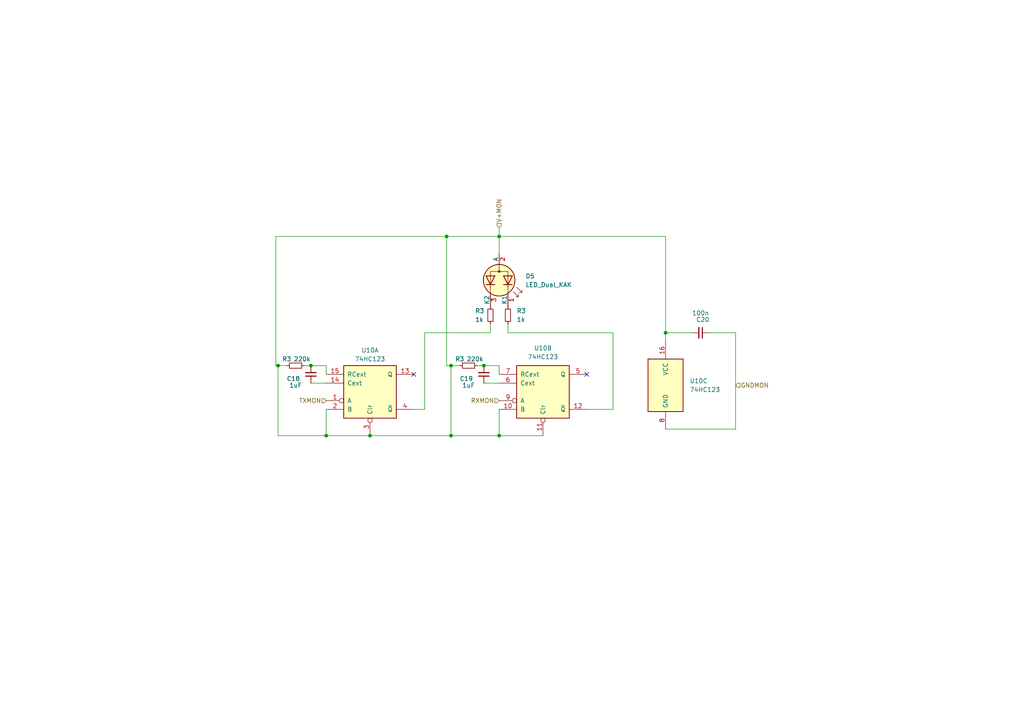
<source format=kicad_sch>
(kicad_sch (version 20230121) (generator eeschema)
  (paper "A4")
  (lib_symbols
    (symbol "74xx:74HC123" (pin_names (offset 1.016))
      (property "Reference" "U" (at -7.62 8.89 0))
      (property "Value" "74HC123" (at -7.62 -8.89 0))
      (symbol "74HC123_1_0"
        (pin input inverted (at -12.7 -2.54 0) (length 5.08) (name "A") (number "1"))
        (pin output line (at 12.7 5.08 180) (length 5.08) (name "Q") (number "13"))
        (pin input line (at -12.7 2.54 0) (length 5.08) (name "Cext") (number "14"))
        (pin input line (at -12.7 5.08 0) (length 5.08) (name "RCext") (number "15"))
        (pin input line (at -12.7 -5.08 0) (length 5.08) (name "B") (number "2"))
        (pin input inverted (at 0 -12.7 90) (length 5.08) (name "Clr") (number "3"))
        (pin output line (at 12.7 -5.08 180) (length 5.08) (name "~{Q}") (number "4"))
      )
      (symbol "74HC123_1_1"
        (rectangle (start -7.62 7.62) (end 7.62 -7.62) (stroke (width 0.254)) (fill (type background)))
      )
      (symbol "74HC123_2_0"
        (pin input line (at -12.7 -5.08 0) (length 5.08) (name "B") (number "10"))
        (pin input inverted (at 0 -12.7 90) (length 5.08) (name "Clr") (number "11"))
        (pin output line (at 12.7 -5.08 180) (length 5.08) (name "~{Q}") (number "12"))
        (pin output line (at 12.7 5.08 180) (length 5.08) (name "Q") (number "5"))
        (pin input line (at -12.7 2.54 0) (length 5.08) (name "Cext") (number "6"))
        (pin input line (at -12.7 5.08 0) (length 5.08) (name "RCext") (number "7"))
        (pin input inverted (at -12.7 -2.54 0) (length 5.08) (name "A") (number "9"))
      )
      (symbol "74HC123_2_1"
        (rectangle (start -7.62 7.62) (end 7.62 -7.62) (stroke (width 0.254)) (fill (type background)))
      )
      (symbol "74HC123_3_0"
        (pin power_in line (at 0 12.7 270) (length 5.08) (name "VCC") (number "16"))
        (pin power_in line (at 0 -12.7 90) (length 5.08) (name "GND") (number "8"))
      )
      (symbol "74HC123_3_1"
        (rectangle (start -5.08 7.62) (end 5.08 -7.62) (stroke (width 0.254)) (fill (type background)))
      )
    )
    (symbol "Device:C_Small" (pin_numbers hide) (pin_names (offset 0.254) hide)
      (property "Reference" "C" (at 0.254 1.778 0))
      (property "Value" "C_Small" (at 0.254 -2.032 0))
      (symbol "C_Small_0_1"
        (polyline (pts (xy -1.524 -0.508) (xy 1.524 -0.508)) (stroke (width 0.3302)))
        (polyline (pts (xy -1.524 0.508) (xy 1.524 0.508)) (stroke (width 0.3048)))
      )
      (symbol "C_Small_1_1"
        (pin passive line (at 0 2.54 270) (length 2.032) (name "~") (number "1"))
        (pin passive line (at 0 -2.54 90) (length 2.032) (name "~") (number "2"))
      )
    )
    (symbol "Device:LED_Dual_KAK" (pin_names (offset 0))
      (property "Reference" "D" (at 0 5.715 0))
      (property "Value" "LED_Dual_KAK" (at 0 -6.35 0))
      (symbol "LED_Dual_KAK_0_1"
        (circle (center -2.54 0) (radius 0.2794) (fill (type outline)))
        (polyline (pts (xy -4.572 0) (xy -2.54 0)))
        (polyline (pts (xy 1.27 -1.27) (xy 1.27 -3.81)) (stroke (width 0.254)))
        (polyline (pts (xy 1.27 3.81) (xy 1.27 1.27)) (stroke (width 0.254)))
        (polyline (pts (xy 3.81 -2.54) (xy 1.905 -2.54)))
        (polyline (pts (xy 3.81 2.54) (xy 1.905 2.54)))
        (polyline (pts (xy -1.27 -1.27) (xy -1.27 -3.81) (xy 1.27 -2.54) (xy -1.27 -1.27)) (stroke (width 0.254)))
        (polyline (pts (xy -1.27 3.81) (xy -1.27 1.27) (xy 1.27 2.54) (xy -1.27 3.81)) (stroke (width 0.254)))
        (polyline (pts (xy 2.032 2.54) (xy -2.54 2.54) (xy -2.54 -2.54) (xy 2.032 -2.54)))
        (polyline (pts (xy 2.032 5.08) (xy 3.556 6.604) (xy 2.794 6.604) (xy 3.556 6.604) (xy 3.556 5.842)))
        (polyline (pts (xy 3.302 4.064) (xy 4.826 5.588) (xy 4.064 5.588) (xy 4.826 5.588) (xy 4.826 4.826)))
        (circle (center 0 0) (radius 4.572) (stroke (width 0.254)) (fill (type background)))
      )
      (symbol "LED_Dual_KAK_1_1"
        (pin input line (at 7.62 2.54 180) (length 3.81) (name "K1") (number "1"))
        (pin input line (at -7.62 0 0) (length 3.048) (name "A") (number "2"))
        (pin input line (at 7.62 -2.54 180) (length 3.81) (name "K2") (number "3"))
      )
    )
    (symbol "Device:R_Small" (pin_numbers hide) (pin_names (offset 0.254) hide)
      (property "Reference" "R" (at 0.762 0.508 0))
      (property "Value" "R_Small" (at 0.762 -1.016 0))
      (symbol "R_Small_0_1"
        (rectangle (start -0.762 1.778) (end 0.762 -1.778) (stroke (width 0.2032)))
      )
      (symbol "R_Small_1_1"
        (pin passive line (at 0 2.54 270) (length 0.762) (name "~") (number "1"))
        (pin passive line (at 0 -2.54 90) (length 0.762) (name "~") (number "2"))
      )
    )
  )
  (junction (at 140.335 106.045))
  (junction (at 94.615 126.365))
  (junction (at 80.645 106.045))
  (junction (at 144.78 126.365))
  (junction (at 107.315 126.365))
  (junction (at 130.81 106.045))
  (junction (at 193.04 96.52))
  (junction (at 144.78 68.58))
  (junction (at 130.81 126.365))
  (junction (at 129.54 68.58))
  (junction (at 90.17 106.045))
  (no_connect (at 120.015 108.585))
  (no_connect (at 170.18 108.585))
  (wire (pts (xy 94.615 106.045) (xy 94.615 108.585)))
  (wire (pts (xy 80.645 126.365) (xy 94.615 126.365)))
  (wire (pts (xy 80.01 68.58) (xy 129.54 68.58)))
  (wire (pts (xy 90.17 106.045) (xy 88.265 106.045)))
  (wire (pts (xy 144.78 66.04) (xy 144.78 68.58)))
  (wire (pts (xy 144.78 68.58) (xy 193.04 68.58)))
  (wire (pts (xy 90.17 111.125) (xy 94.615 111.125)))
  (wire (pts (xy 193.04 96.52) (xy 200.66 96.52)))
  (wire (pts (xy 80.01 68.58) (xy 80.01 106.045)))
  (wire (pts (xy 140.335 106.045) (xy 138.43 106.045)))
  (wire (pts (xy 170.18 118.745) (xy 177.8 118.745)))
  (wire (pts (xy 120.015 118.745) (xy 123.19 118.745)))
  (wire (pts (xy 80.01 106.045) (xy 80.645 106.045)))
  (wire (pts (xy 80.645 106.045) (xy 80.645 126.365)))
  (wire (pts (xy 80.645 106.045) (xy 83.185 106.045)))
  (wire (pts (xy 140.335 106.045) (xy 144.78 106.045)))
  (wire (pts (xy 130.81 126.365) (xy 144.78 126.365)))
  (wire (pts (xy 193.04 124.46) (xy 213.36 124.46)))
  (wire (pts (xy 140.335 111.125) (xy 144.78 111.125)))
  (wire (pts (xy 193.04 96.52) (xy 193.04 68.58)))
  (wire (pts (xy 147.32 96.52) (xy 147.32 93.98)))
  (wire (pts (xy 129.54 68.58) (xy 129.54 106.045)))
  (wire (pts (xy 123.19 96.52) (xy 142.24 96.52)))
  (wire (pts (xy 177.8 118.745) (xy 177.8 96.52)))
  (wire (pts (xy 90.17 106.045) (xy 94.615 106.045)))
  (wire (pts (xy 94.615 118.745) (xy 94.615 126.365)))
  (wire (pts (xy 144.78 106.045) (xy 144.78 108.585)))
  (wire (pts (xy 94.615 126.365) (xy 107.315 126.365)))
  (wire (pts (xy 144.78 126.365) (xy 157.48 126.365)))
  (wire (pts (xy 144.78 68.58) (xy 144.78 73.66)))
  (wire (pts (xy 130.81 106.045) (xy 133.35 106.045)))
  (wire (pts (xy 142.24 96.52) (xy 142.24 93.98)))
  (wire (pts (xy 144.78 118.745) (xy 144.78 126.365)))
  (wire (pts (xy 123.19 118.745) (xy 123.19 96.52)))
  (wire (pts (xy 205.74 96.52) (xy 213.36 96.52)))
  (wire (pts (xy 213.36 96.52) (xy 213.36 124.46)))
  (wire (pts (xy 129.54 106.045) (xy 130.81 106.045)))
  (wire (pts (xy 177.8 96.52) (xy 147.32 96.52)))
  (wire (pts (xy 193.04 96.52) (xy 193.04 99.06)))
  (wire (pts (xy 130.81 106.045) (xy 130.81 126.365)))
  (wire (pts (xy 129.54 68.58) (xy 144.78 68.58)))
  (wire (pts (xy 107.315 126.365) (xy 130.81 126.365)))
  (hierarchical_label "RXMON" (shape input) (at 144.78 116.205 180))
  (hierarchical_label "V+MON" (shape input) (at 144.78 66.04 90))
  (hierarchical_label "TXMON" (shape input) (at 94.615 116.205 180))
  (hierarchical_label "GNDMON" (shape input) (at 213.36 111.76 0))
  (symbol (lib_id "Device:C_Small") (at 90.17 108.585 180) (unit 1)
    (property "Reference" "C18" (at 85.09 109.855 0))
    (property "Value" "1uF" (at 85.725 111.76 0))
    (property "Footprint" "Capacitor_SMD:C_0805_2012Metric_Pad1.18x1.45mm_HandSolder" (effects hide))
    (instances (project "isouart4" (path "" (reference "C18") (unit 1)) (path "" (reference "C21") (unit 1)) (path "" (reference "C24") (unit 1)) (path "" (reference "C27") (unit 1))))
  )
  (symbol (lib_id "74xx:74HC123") (at 193.04 111.76 0) (unit 3)
    (property "Reference" "U10" (at 200.025 110.49 0) (effects (justify left)))
    (property "Value" "74HC123" (at 200.025 113.03 0) (effects (justify left)))
    (property "Footprint" "Package_SO:SOIC-16_3.9x9.9mm_P1.27mm" (effects hide))
    (property "Datasheet" "https://assets.nexperia.com/documents/data-sheet/74HC_HCT123.pdf" (effects hide))
    (instances (project "isouart4" (path "" (reference "U10") (unit 3)) (path "" (reference "U8") (unit 3)) (path "" (reference "U9") (unit 3)) (path "" (reference "U10") (unit 3)) (path "" (reference "U11") (unit 3))))
  )
  (symbol (lib_id "Device:R_Small") (at 147.32 91.44 0) (unit 1)
    (property "Reference" "R3" (at 149.86 90.17 0) (effects (justify left)))
    (property "Value" "1k" (at 149.86 92.71 0) (effects (justify left)))
    (property "Footprint" "Resistor_SMD:R_0805_2012Metric_Pad1.20x1.40mm_HandSolder" (effects hide))
    (instances (project "isouart4" (path "" (reference "R3") (unit 1)) (path "" (reference "R13") (unit 1)) (path "" (reference "R17") (unit 1)) (path "" (reference "R21") (unit 1)) (path "" (reference "R25") (unit 1))))
  )
  (symbol (lib_id "Device:R_Small") (at 85.725 106.045 90) (unit 1)
    (property "Reference" "R3" (at 83.185 104.14 90))
    (property "Value" "220k" (at 87.63 104.14 90))
    (property "Footprint" "Resistor_SMD:R_0805_2012Metric_Pad1.20x1.40mm_HandSolder" (effects hide))
    (instances (project "isouart4" (path "" (reference "R3") (unit 1)) (path "" (reference "R10") (unit 1)) (path "" (reference "R14") (unit 1)) (path "" (reference "R18") (unit 1)) (path "" (reference "R22") (unit 1))))
  )
  (symbol (lib_id "Device:LED_Dual_KAK") (at 144.78 81.28 270) (unit 1)
    (property "Reference" "D5" (at 152.4 80.0735 90) (effects (justify left)))
    (property "Value" "LED_Dual_KAK" (at 152.4 82.6135 90) (effects (justify left)))
    (property "Footprint" "LED_THT:LED_D5.0mm-3" (effects hide))
    (instances (project "isouart4" (path "" (reference "D5") (unit 1)) (path "" (reference "D3") (unit 1)) (path "" (reference "D4") (unit 1)) (path "" (reference "D5") (unit 1)) (path "" (reference "D6") (unit 1))))
  )
  (symbol (lib_id "74xx:74HC123") (at 107.315 113.665 0) (unit 1)
    (property "Reference" "U10" (at 107.315 101.6 0))
    (property "Value" "74HC123" (at 107.315 104.14 0))
    (property "Footprint" "Package_SO:SOIC-16_3.9x9.9mm_P1.27mm" (effects hide))
    (property "Datasheet" "https://assets.nexperia.com/documents/data-sheet/74HC_HCT123.pdf" (effects hide))
    (instances (project "isouart4" (path "" (reference "U10") (unit 1)) (path "" (reference "U8") (unit 1)) (path "" (reference "U9") (unit 1)) (path "" (reference "U10") (unit 1)) (path "" (reference "U11") (unit 1))))
  )
  (symbol (lib_id "74xx:74HC123") (at 157.48 113.665 0) (unit 2)
    (property "Reference" "U10" (at 157.48 100.965 0))
    (property "Value" "74HC123" (at 157.48 103.505 0))
    (property "Footprint" "Package_SO:SOIC-16_3.9x9.9mm_P1.27mm" (effects hide))
    (property "Datasheet" "https://assets.nexperia.com/documents/data-sheet/74HC_HCT123.pdf" (effects hide))
    (instances (project "isouart4" (path "" (reference "U10") (unit 2)) (path "" (reference "U8") (unit 2)) (path "" (reference "U9") (unit 2)) (path "" (reference "U10") (unit 2)) (path "" (reference "U11") (unit 2))))
  )
  (symbol (lib_id "Device:C_Small") (at 203.2 96.52 270) (unit 1)
    (property "Reference" "C20" (at 203.835 92.71 90))
    (property "Value" "100n" (at 203.2 90.805 90))
    (property "Footprint" "Capacitor_SMD:C_0805_2012Metric_Pad1.18x1.45mm_HandSolder" (effects hide))
    (instances (project "isouart4" (path "" (reference "C20") (unit 1)) (path "" (reference "C23") (unit 1)) (path "" (reference "C26") (unit 1)) (path "" (reference "C29") (unit 1))))
  )
  (symbol (lib_id "Device:R_Small") (at 135.89 106.045 90) (unit 1)
    (property "Reference" "R3" (at 133.35 104.14 90))
    (property "Value" "220k" (at 137.795 104.14 90))
    (property "Footprint" "Resistor_SMD:R_0805_2012Metric_Pad1.20x1.40mm_HandSolder" (effects hide))
    (instances (project "isouart4" (path "" (reference "R3") (unit 1)) (path "" (reference "R11") (unit 1)) (path "" (reference "R15") (unit 1)) (path "" (reference "R19") (unit 1)) (path "" (reference "R23") (unit 1))))
  )
  (symbol (lib_id "Device:C_Small") (at 140.335 108.585 180) (unit 1)
    (property "Reference" "C19" (at 135.255 109.855 0))
    (property "Value" "1uF" (at 135.89 111.76 0))
    (property "Footprint" "Capacitor_SMD:C_0805_2012Metric_Pad1.18x1.45mm_HandSolder" (effects hide))
    (instances (project "isouart4" (path "" (reference "C19") (unit 1)) (path "" (reference "C22") (unit 1)) (path "" (reference "C25") (unit 1)) (path "" (reference "C28") (unit 1))))
  )
  (symbol (lib_id "Device:R_Small") (at 142.24 91.44 0) (unit 1)
    (property "Reference" "R3" (at 137.795 90.17 0) (effects (justify left)))
    (property "Value" "1k" (at 137.795 92.71 0) (effects (justify left)))
    (property "Footprint" "Resistor_SMD:R_0805_2012Metric_Pad1.20x1.40mm_HandSolder" (effects hide))
    (instances (project "isouart4" (path "" (reference "R3") (unit 1)) (path "" (reference "R12") (unit 1)) (path "" (reference "R16") (unit 1)) (path "" (reference "R20") (unit 1)) (path "" (reference "R24") (unit 1))))
  )
)
</source>
